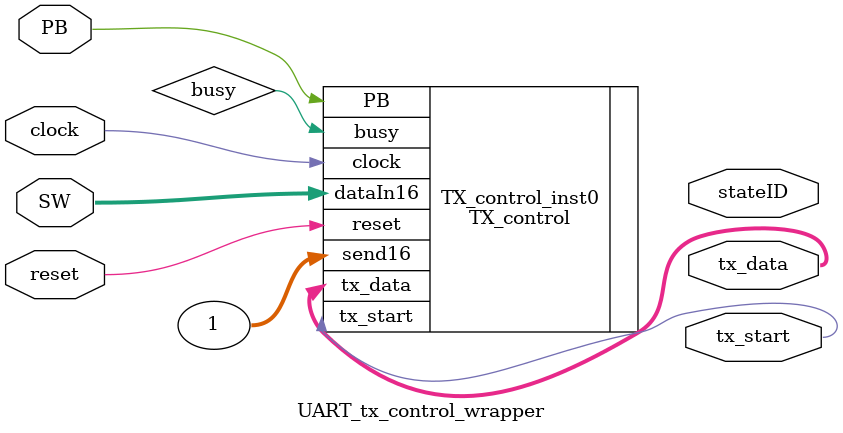
<source format=sv>
module UART_tx_control_wrapper
#(	parameter INTER_BYTE_DELAY = 1000000,
    parameter WAIT_FOR_REGISTER_DELAY = 100
)(
	input  logic           clock,
    input  logic           reset,
    input  logic           PB,     //señal que gatilla que la salida esta lista.... salida_lista
    input  logic [15:0]    SW,     //resultado que quiero mandar devuelta!, Numero_listo de logica a mostar! (resultado)
    output logic [7:0]     tx_data, 
    output logic           tx_start, //para iniciar trasmision por la uart
    output logic [1:0]     stateID  
    );

logic send16, busy;

TX_control 
#(  .INTER_BYTE_DELAY (INTER_BYTE_DELAY),
    .WAIT_FOR_REGISTER_DELAY (WAIT_FOR_REGISTER_DELAY)
)TX_control_inst0
(
	.clock (clock),
	.reset (reset),
	.PB (PB),     
	.send16 ('d1), //1 0 2 bytes indica cuanto quiero trasmitir
	.dataIn16 (SW),   //datos que quiero trasmitir de 16 bits
	.tx_data (tx_data),  //datos entregados al uart para transmision 
	.tx_start (tx_start), //pulso para iniciar transmision por la uart
	.busy (busy)          //si esta en 1 transmision en proceso
    );

endmodule
</source>
